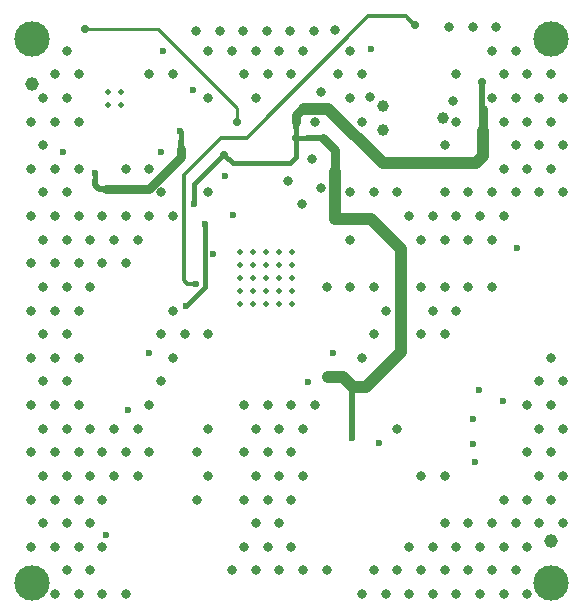
<source format=gbr>
%TF.GenerationSoftware,Altium Limited,Altium Designer,23.5.1 (21)*%
G04 Layer_Physical_Order=4*
G04 Layer_Color=16711680*
%FSLAX45Y45*%
%MOMM*%
%TF.SameCoordinates,5289BC4C-B9E5-40BB-BF73-25A575C0F3CC*%
%TF.FilePolarity,Positive*%
%TF.FileFunction,Copper,L4,Bot,Signal*%
%TF.Part,Single*%
G01*
G75*
%TA.AperFunction,Conductor*%
%ADD46C,0.40000*%
%ADD47C,0.25000*%
%ADD48C,0.50000*%
%ADD49C,0.75000*%
%ADD50C,0.30000*%
%ADD51C,1.00000*%
%TA.AperFunction,ViaPad*%
%ADD53C,1.15200*%
%ADD54C,3.00000*%
%TA.AperFunction,ComponentPad*%
%ADD55C,0.99100*%
%TA.AperFunction,ViaPad*%
%ADD56C,0.80000*%
%ADD57C,0.60000*%
%ADD58C,0.70000*%
%ADD59C,0.50000*%
D46*
X9776397Y8405532D02*
Y8576034D01*
X10024323Y8823960D01*
X9662707Y8937732D02*
Y9017348D01*
X8937234Y8605339D02*
Y8671151D01*
X11110750Y6851113D02*
X11117849Y6858212D01*
X10024323Y8823960D02*
X10030460D01*
X9868353Y7700430D02*
Y8239441D01*
X10587458Y8751305D02*
X10639642Y8803490D01*
X10103115Y8751305D02*
X10587458D01*
X10639642Y8803490D02*
Y8909299D01*
X10640060Y8963660D02*
Y9047460D01*
Y8963660D02*
X10728720D01*
X9709908Y7541985D02*
X9868353Y7700430D01*
X10640060Y8909716D02*
Y8963660D01*
X10030460Y8823960D02*
X10103115Y8751305D01*
D47*
X10142008Y9098908D02*
Y9217992D01*
X9470000Y9890000D02*
X10142008Y9217992D01*
X8850000Y9890000D02*
X9470000D01*
D48*
X9662120Y8872401D02*
Y8937145D01*
X8967869Y8533856D02*
X9033531D01*
X8937234Y8564492D02*
X8967869Y8533856D01*
X8937234Y8564492D02*
Y8605339D01*
X12214264Y9212622D02*
Y9442215D01*
X10728720Y8963660D02*
X10867795D01*
X11110750Y6423305D02*
Y6851113D01*
X10640060Y9047460D02*
Y9102122D01*
D49*
X9394099Y8533856D02*
X9661702Y8801460D01*
Y8871982D01*
X9033531Y8533856D02*
X9394099D01*
X12217972Y9040817D02*
Y9208913D01*
X10867795Y8963660D02*
X10971377Y8860079D01*
Y8680303D02*
Y8860079D01*
X10640060Y9157602D02*
X10700154Y9217696D01*
X10640060Y9102122D02*
Y9157602D01*
D50*
X9688268Y7758301D02*
Y8649218D01*
X10005004Y8965954D02*
X10223254D01*
X9688268Y8649218D02*
X10005004Y8965954D01*
X9688268Y7758301D02*
X9716570Y7730000D01*
X9790000D01*
X10223254Y8965954D02*
X11252200Y9994900D01*
X11570008D01*
X11641806Y9923101D01*
X11648800D01*
D51*
X11373232Y8750300D02*
X12159827D01*
X12218406Y8808879D02*
Y9028037D01*
X12159827Y8750300D02*
X12218406Y8808879D01*
X10967572Y8277601D02*
Y8676498D01*
X10969150Y8678076D01*
X11117849Y6858212D02*
X11233212D01*
X10909299Y9214233D02*
X11373232Y8750300D01*
X10703616Y9214233D02*
X10909299D01*
X11233212Y6858212D02*
X11525000Y7150000D01*
Y8025000D01*
X11272835Y8277165D02*
X11525000Y8025000D01*
X10968009Y8277165D02*
X11272835D01*
X10908152Y6939132D02*
X11035694D01*
X11113906Y6860919D01*
D53*
X12800000Y5550000D02*
D03*
X8400000Y9425000D02*
D03*
D54*
Y5200000D02*
D03*
Y9800000D02*
D03*
X12800000D02*
D03*
Y5200000D02*
D03*
D55*
X11884000Y9133500D02*
D03*
X11376000Y9031900D02*
D03*
Y9235100D02*
D03*
D56*
X11971730Y9281201D02*
D03*
X10770295Y8785651D02*
D03*
X10574552Y8602296D02*
D03*
X10849584Y8545307D02*
D03*
X10691006Y8404076D02*
D03*
X10965606Y9876418D02*
D03*
X11934005Y9906859D02*
D03*
X12134005D02*
D03*
X12334005D02*
D03*
X10850548Y9354921D02*
D03*
X10789084Y9874126D02*
D03*
X9791758Y9874650D02*
D03*
X9991758D02*
D03*
X10191758D02*
D03*
X10391758D02*
D03*
X10591758D02*
D03*
X11268446Y9307912D02*
D03*
X12797361Y9503186D02*
D03*
X12897362Y9303186D02*
D03*
X12797361Y9103186D02*
D03*
X12897362Y8903186D02*
D03*
X12797361Y8703186D02*
D03*
X12897362Y8503186D02*
D03*
X12797361Y7103185D02*
D03*
X12897362Y6903185D02*
D03*
X12797361Y6703185D02*
D03*
X12897362Y6503185D02*
D03*
X12797361Y6303185D02*
D03*
X12897362Y6103185D02*
D03*
X12797361Y5903185D02*
D03*
X12897362Y5703184D02*
D03*
X12597361Y9503186D02*
D03*
X12697361Y9303186D02*
D03*
X12597361Y9103186D02*
D03*
X12697361Y8903186D02*
D03*
X12597361Y8703186D02*
D03*
X12697361Y8503186D02*
D03*
Y6903185D02*
D03*
X12597361Y6703185D02*
D03*
X12697361Y6503185D02*
D03*
X12597361Y6303185D02*
D03*
X12697361Y6103185D02*
D03*
X12597361Y5903185D02*
D03*
X12697361Y5703184D02*
D03*
X12597361Y5503184D02*
D03*
Y5103184D02*
D03*
X12497361Y9703187D02*
D03*
X12397361Y9503186D02*
D03*
X12497361Y9303186D02*
D03*
X12397361Y9103186D02*
D03*
X12497361Y8903186D02*
D03*
X12397361Y8703186D02*
D03*
X12497361Y8503186D02*
D03*
X12397361Y8303186D02*
D03*
Y5903185D02*
D03*
X12497361Y5703184D02*
D03*
X12397361Y5503184D02*
D03*
X12497361Y5303184D02*
D03*
X12397361Y5103184D02*
D03*
X12297361Y9703187D02*
D03*
Y9303186D02*
D03*
Y8503186D02*
D03*
X12197361Y8303186D02*
D03*
X12297361Y8103186D02*
D03*
Y7703186D02*
D03*
Y5703184D02*
D03*
X12197361Y5503184D02*
D03*
X12297361Y5303184D02*
D03*
X12197361Y5103184D02*
D03*
X11997361Y9503186D02*
D03*
Y9103186D02*
D03*
X12097361Y8503186D02*
D03*
X11997361Y8303186D02*
D03*
X12097361Y8103186D02*
D03*
Y7703186D02*
D03*
X11997361Y7503185D02*
D03*
X12097361Y5703184D02*
D03*
X11997361Y5503184D02*
D03*
X12097361Y5303184D02*
D03*
X11997361Y5103184D02*
D03*
X11897361Y8903186D02*
D03*
Y8503186D02*
D03*
X11797360Y8303186D02*
D03*
X11897361Y8103186D02*
D03*
Y7703186D02*
D03*
X11797360Y7503185D02*
D03*
X11897361Y7303185D02*
D03*
Y6103185D02*
D03*
Y5703184D02*
D03*
X11797360Y5503184D02*
D03*
X11897361Y5303184D02*
D03*
X11797360Y5103184D02*
D03*
X11597360Y8303186D02*
D03*
X11697360Y8103186D02*
D03*
Y7703186D02*
D03*
Y7303185D02*
D03*
Y6103185D02*
D03*
X11597360Y5503184D02*
D03*
X11697360Y5303184D02*
D03*
X11597360Y5103184D02*
D03*
X11497360Y8503186D02*
D03*
X11397360Y7503185D02*
D03*
X11497360Y6503185D02*
D03*
Y5303184D02*
D03*
X11397360Y5103184D02*
D03*
X11197360Y9503186D02*
D03*
Y9103186D02*
D03*
X11297360Y8503186D02*
D03*
Y7703186D02*
D03*
Y7303185D02*
D03*
X11197360Y7103185D02*
D03*
X11297360Y5303184D02*
D03*
X11197360Y5103184D02*
D03*
X11097360Y9703187D02*
D03*
X10997360Y9503186D02*
D03*
X11097360Y9303186D02*
D03*
Y8503186D02*
D03*
Y8103186D02*
D03*
Y7703186D02*
D03*
X10797360Y9103186D02*
D03*
X10897360Y7703186D02*
D03*
X10797360Y6703185D02*
D03*
X10897360Y5303184D02*
D03*
X10697360Y9703187D02*
D03*
X10597360Y9503186D02*
D03*
Y6703185D02*
D03*
X10697360Y6503185D02*
D03*
X10597360Y6303185D02*
D03*
X10697360Y6103185D02*
D03*
X10597360Y5903185D02*
D03*
Y5503184D02*
D03*
X10697360Y5303184D02*
D03*
X10497360Y9703187D02*
D03*
X10397360Y9503186D02*
D03*
Y6703185D02*
D03*
X10497360Y6503185D02*
D03*
X10397360Y6303185D02*
D03*
X10497360Y6103185D02*
D03*
X10397360Y5903185D02*
D03*
X10497360Y5703184D02*
D03*
X10397360Y5503184D02*
D03*
X10497360Y5303184D02*
D03*
X10297360Y9703187D02*
D03*
X10197360Y9503186D02*
D03*
X10297360Y9303186D02*
D03*
X10197360Y6703185D02*
D03*
X10297360Y6503185D02*
D03*
X10197360Y6303185D02*
D03*
X10297360Y6103185D02*
D03*
X10197360Y5903185D02*
D03*
X10297360Y5703184D02*
D03*
X10197360Y5503184D02*
D03*
X10297360Y5303184D02*
D03*
X10097360Y9703187D02*
D03*
Y5303184D02*
D03*
X9897359Y9703187D02*
D03*
Y9303186D02*
D03*
Y8503186D02*
D03*
Y7303185D02*
D03*
Y6503185D02*
D03*
X9797359Y6303185D02*
D03*
X9897359Y6103185D02*
D03*
X9797359Y5903185D02*
D03*
X9597359Y9503186D02*
D03*
Y8303186D02*
D03*
Y7503185D02*
D03*
X9697359Y7303185D02*
D03*
X9597359Y7103185D02*
D03*
X9397359Y9503186D02*
D03*
Y8703186D02*
D03*
X9497359Y8503186D02*
D03*
X9397359Y8303186D02*
D03*
X9497359Y7303185D02*
D03*
Y6903185D02*
D03*
X9397359Y6703185D02*
D03*
Y6303185D02*
D03*
X9197359Y8703186D02*
D03*
Y8303186D02*
D03*
X9297359Y8103186D02*
D03*
X9197359Y7903186D02*
D03*
X9297359Y6503185D02*
D03*
X9197359Y6303185D02*
D03*
X9297359Y6103185D02*
D03*
X9197359Y5103184D02*
D03*
X8997359Y8303186D02*
D03*
X9097359Y8103186D02*
D03*
X8997359Y7903186D02*
D03*
X9097359Y6503185D02*
D03*
X8997359Y6303185D02*
D03*
X9097359Y6103185D02*
D03*
X8997359Y5903185D02*
D03*
Y5503184D02*
D03*
Y5103184D02*
D03*
X8797359Y9503186D02*
D03*
Y9103186D02*
D03*
Y8703186D02*
D03*
Y8303186D02*
D03*
X8897359Y8103186D02*
D03*
X8797359Y7903186D02*
D03*
X8897359Y7703186D02*
D03*
X8797359Y7503185D02*
D03*
Y7103185D02*
D03*
Y6703185D02*
D03*
X8897359Y6503185D02*
D03*
X8797359Y6303185D02*
D03*
X8897359Y6103185D02*
D03*
X8797359Y5903185D02*
D03*
X8897359Y5703184D02*
D03*
X8797359Y5503184D02*
D03*
X8897359Y5303184D02*
D03*
X8797359Y5103184D02*
D03*
X8697359Y9703187D02*
D03*
X8597359Y9503186D02*
D03*
X8697359Y9303186D02*
D03*
X8597359Y9103186D02*
D03*
Y8703186D02*
D03*
X8697359Y8503186D02*
D03*
X8597359Y8303186D02*
D03*
X8697359Y8103186D02*
D03*
X8597359Y7903186D02*
D03*
X8697359Y7703186D02*
D03*
X8597359Y7503185D02*
D03*
X8697359Y7303185D02*
D03*
X8597359Y7103185D02*
D03*
X8697359Y6903185D02*
D03*
X8597359Y6703185D02*
D03*
X8697359Y6503185D02*
D03*
X8597359Y6303185D02*
D03*
X8697359Y6103185D02*
D03*
X8597359Y5903185D02*
D03*
X8697359Y5703184D02*
D03*
X8597359Y5503184D02*
D03*
X8697359Y5303184D02*
D03*
X8597359Y5103184D02*
D03*
X8497359Y9303186D02*
D03*
X8397359Y9103186D02*
D03*
X8497359Y8903186D02*
D03*
X8397359Y8703186D02*
D03*
X8497359Y8503186D02*
D03*
X8397359Y8303186D02*
D03*
X8497359Y8103186D02*
D03*
X8397359Y7903186D02*
D03*
X8497359Y7703186D02*
D03*
X8397359Y7503185D02*
D03*
X8497359Y7303185D02*
D03*
X8397359Y7103185D02*
D03*
X8497359Y6903185D02*
D03*
X8397359Y6703185D02*
D03*
X8497359Y6503185D02*
D03*
X8397359Y6303185D02*
D03*
X8497359Y6103185D02*
D03*
X8397359Y5903185D02*
D03*
X8497359Y5703184D02*
D03*
X8397359Y5503184D02*
D03*
D57*
X12151915Y6217468D02*
D03*
X9776397Y8405532D02*
D03*
X9495615Y8848359D02*
D03*
X8937234Y8671151D02*
D03*
X11110750Y6423305D02*
D03*
X10908152Y6939132D02*
D03*
X9660111Y9019944D02*
D03*
X11337864Y6380616D02*
D03*
X9935167Y7978251D02*
D03*
X10968009Y8277165D02*
D03*
X9868353Y8239441D02*
D03*
X9709908Y7541985D02*
D03*
X9790000Y7730000D02*
D03*
X9214163Y6658316D02*
D03*
X9393198Y7141804D02*
D03*
X8668811Y8848881D02*
D03*
X9029700Y5600700D02*
D03*
X12192000Y6832600D02*
D03*
X12136892Y6373467D02*
D03*
X12512908Y8037044D02*
D03*
X11277600Y9715500D02*
D03*
X9512300Y9702800D02*
D03*
X9767528Y9368961D02*
D03*
X10955226Y7145888D02*
D03*
X10740699Y6899716D02*
D03*
X10101642Y8316621D02*
D03*
X10041529Y8643378D02*
D03*
X12389794Y6737657D02*
D03*
X12137757Y6588375D02*
D03*
D58*
X10142008Y9098908D02*
D03*
X11648800Y9923101D02*
D03*
X12214319Y9442271D02*
D03*
X10640060Y8963660D02*
D03*
X10030460Y8823960D02*
D03*
X8850000Y9890000D02*
D03*
D59*
X9050000Y9350000D02*
D03*
X9160000D02*
D03*
Y9240000D02*
D03*
X9050000D02*
D03*
X10603642Y7560005D02*
D03*
X10493642D02*
D03*
X10383642D02*
D03*
X10273642D02*
D03*
X10163642D02*
D03*
X10603642Y7670005D02*
D03*
X10493642D02*
D03*
X10383642D02*
D03*
X10273642D02*
D03*
X10163642D02*
D03*
X10603642Y7780005D02*
D03*
X10493642D02*
D03*
X10383642D02*
D03*
X10273642D02*
D03*
X10163642D02*
D03*
X10603642Y7890005D02*
D03*
X10493642D02*
D03*
X10383642D02*
D03*
X10273642D02*
D03*
X10163642D02*
D03*
X10603642Y8000005D02*
D03*
X10493642D02*
D03*
X10383642D02*
D03*
X10273642D02*
D03*
X10163642D02*
D03*
%TF.MD5,78e0791048e5c05e092424924002c9f2*%
M02*

</source>
